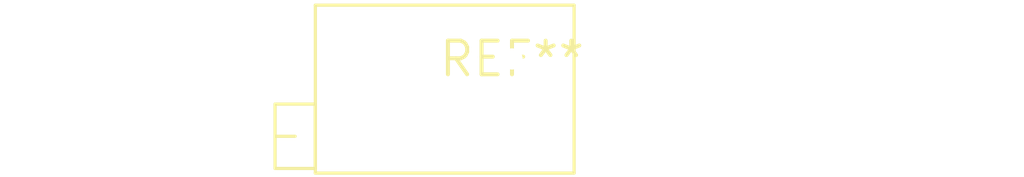
<source format=kicad_pcb>
(kicad_pcb (version 20240108) (generator pcbnew)
  (layers (0 "F.Cu" signal) (31 "B.Cu" signal) (34 "B.Paste" user) (35 "F.Paste" user) (36 "B.SilkS" user "B.Silkscreen") (37 "F.SilkS" user "F.Silkscreen") (38 "B.Mask" user) (39 "F.Mask" user) (44 "Edge.Cuts" user))
  (net 0 "")
  (footprint "Potentiometer_Bourns_3299Z_Horizontal" (layer "F.Cu") (at 0 0)
    (property "Reference" "REF**")
    (property "Value" "Potentiometer_Bourns_3299Z_Horizontal")
    (fp_line (start -8.945 1.705) (end -8.945 4.135) (layer "F.SilkS") (stroke (width 0.12)))
    (fp_line (start -8.945 1.705) (end -7.426 1.705) (layer "F.SilkS") (stroke (width 0.12)))
    (fp_line (start -8.945 2.92) (end -8.186 2.92) (layer "F.SilkS") (stroke (width 0.12)))
    (fp_line (start -8.945 4.135) (end -7.426 4.135) (layer "F.SilkS") (stroke (width 0.12)))
    (fp_line (start -7.426 1.705) (end -7.426 4.135) (layer "F.SilkS") (stroke (width 0.12)))
    (fp_line (start -7.425 -2.03) (end -7.425 4.31) (layer "F.SilkS") (stroke (width 0.12)))
    (fp_line (start -7.425 -2.03) (end 2.345 -2.03) (layer "F.SilkS") (stroke (width 0.12)))
    (fp_line (start -7.425 4.31) (end 2.345 4.31) (layer "F.SilkS") (stroke (width 0.12)))
    (fp_line (start 2.345 -2.03) (end 2.345 4.31) (layer "F.SilkS") (stroke (width 0.12)))
    (pad "1" thru_hole circle (at 0 0) (size 1.44 1.44) (drill 0.8) (layers *.Cu *.Mask) (remove_unused_layers))
    (pad "2" thru_hole circle (at -2.54 2.54) (size 1.44 1.44) (drill 0.8) (layers *.Cu *.Mask) (remove_unused_layers))
    (pad "3" thru_hole circle (at -5.08 0) (size 1.44 1.44) (drill 0.8) (layers *.Cu *.Mask) (remove_unused_layers))
  )
)
</source>
